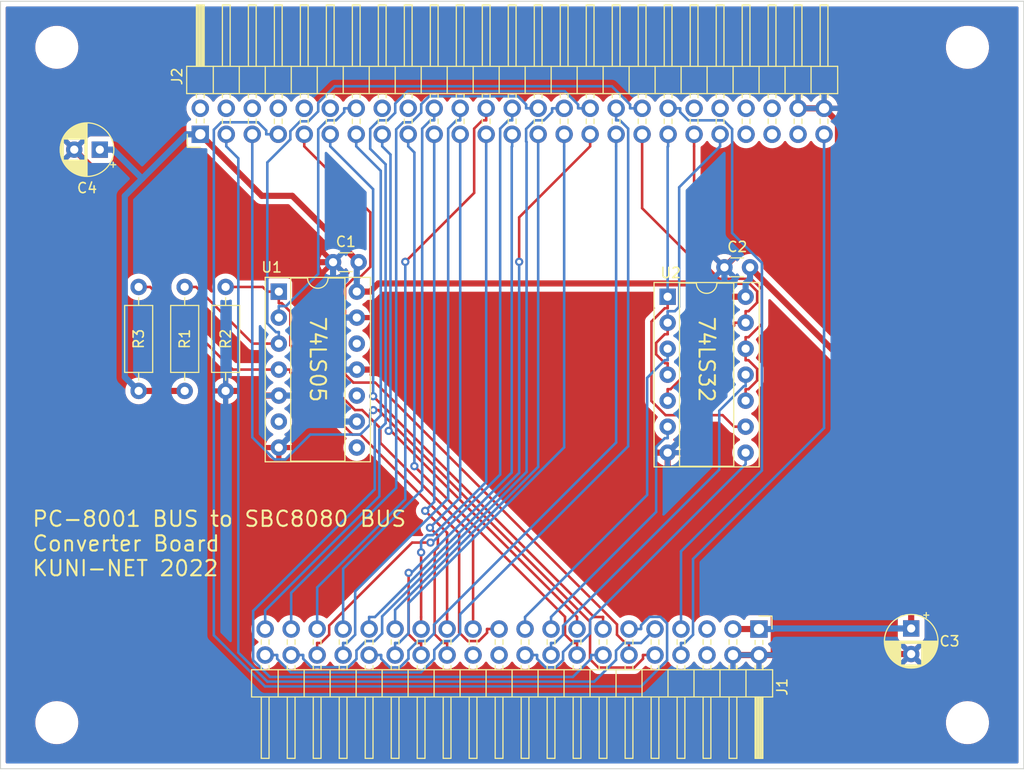
<source format=kicad_pcb>
(kicad_pcb (version 20211014) (generator pcbnew)
  (layers (0 "F.Cu" signal) (31 "B.Cu" signal) (34 "B.Paste" user) (35 "F.Paste" user) (36 "B.SilkS" user "B.Silkscreen") (37 "F.SilkS" user "F.Silkscreen") (38 "B.Mask" user) (39 "F.Mask" user) (44 "Edge.Cuts" user))
  (net 0 "")
  (net 1 "VCC")
  (net 2 "GND")
  (net 4 "/~{RESIN}")
  (net 5 "/RDYIN")
  (net 6 "/CLK")
  (net 7 "/D0")
  (net 8 "/D1")
  (net 9 "/D2")
  (net 10 "/D3")
  (net 11 "/D4")
  (net 12 "/D5")
  (net 13 "/D6")
  (net 14 "/D7")
  (net 15 "/~{IOR}")
  (net 16 "/~{MEMR}")
  (net 17 "/~{IOW}")
  (net 18 "/~{MEMW}")
  (net 19 "/RES")
  (net 20 "/HLDA")
  (net 21 "/INT")
  (net 22 "/HOLD")
  (net 23 "/A0")
  (net 24 "/A1")
  (net 25 "/A2")
  (net 26 "/A3")
  (net 27 "/A4")
  (net 28 "/A5")
  (net 29 "/A6")
  (net 30 "/A7")
  (net 31 "/A8")
  (net 32 "/A9")
  (net 33 "/A10")
  (net 34 "/A11")
  (net 35 "/A12")
  (net 36 "/A13")
  (net 37 "/A14")
  (net 38 "/A15")
  (net 39 "/+12V")
  (net 40 "/-12V")
  (net 41 "/~{ROMDS0}")
  (net 42 "/~{ROMDS1}")
  (net 43 "/~{ROMDS2}")
  (net 44 "/~{ROMDS3}")
  (net 45 "/~{INT}")
  (net 46 "/~{NMI}")
  (net 47 "/~{EXTON}")
  (net 48 "/~{RD}")
  (net 49 "/~{RESET}")
  (net 50 "/~{WR}")
  (net 51 "/~{MREQ}")
  (net 52 "/~{WE}")
  (net 53 "/~{IORQ}")
  (net 54 "/~{MUX}")
  (net 55 "/~{RFSH}")
  (net 56 "/~{RAS0}")
  (net 57 "/~{M1}")
  (net 58 "/~{RAS1}")
  (net 59 "/SCLK")
  (footprint "MountingHole:MountingHole_3.2mm_M3" (layer "F.Cu") (at 55.5 110.5)
    (fp_text reference "H1" hide)
    (fp_text value "MountingHole")
  )
  (footprint "Package_DIP:DIP-14_W7.62mm_Socket" (layer "F.Cu") (at 115.2 68.875)
    (fp_text reference "U2")
    (fp_text value "74LS32")
  )
  (footprint "MountingHole:MountingHole_3.2mm_M3" (layer "F.Cu") (at 55.5 44.5)
    (fp_text reference "H3" hide)
    (fp_text value "MountingHole")
  )
  (footprint "Capacitor_THT:CP_Radial_D5.0mm_P2.50mm" (layer "F.Cu") (at 59.7051 54.5 180)
    (fp_text reference "C4")
    (fp_text value "10u")
  )
  (footprint "Package_DIP:DIP-14_W7.62mm_Socket" (layer "F.Cu") (at 77.2 68.375)
    (fp_text reference "U1")
    (fp_text value "74LS05")
  )
  (footprint "MountingHole:MountingHole_3.2mm_M3" (layer "F.Cu") (at 144.5 110.5)
    (fp_text reference "H4" hide)
    (fp_text value "MountingHole")
  )
  (footprint "Capacitor_THT:CP_Radial_D5.0mm_P2.50mm" (layer "F.Cu") (at 139 101.2949 -90)
    (fp_text reference "C3")
    (fp_text value "10u")
  )
  (footprint "Resistor_THT:R_Axial_DIN0207_L6.3mm_D2.5mm_P10.16mm_Horizontal" (layer "F.Cu") (at 63.5 78.08 90)
    (fp_text reference "R3")
    (fp_text value "10k")
  )
  (footprint "Capacitor_THT:C_Disc_D3.0mm_W1.6mm_P2.50mm" (layer "F.Cu") (at 123.25 66 180)
    (fp_text reference "C2")
    (fp_text value "0.1u")
  )
  (footprint "Resistor_THT:R_Axial_DIN0207_L6.3mm_D2.5mm_P10.16mm_Horizontal" (layer "F.Cu") (at 72 67.92 -90)
    (fp_text reference "R2")
    (fp_text value "10k")
  )
  (footprint "Capacitor_THT:C_Disc_D3.0mm_W1.6mm_P2.50mm" (layer "F.Cu") (at 85 65.5 180)
    (fp_text reference "C1")
    (fp_text value "0.1u")
  )
  (footprint "Resistor_THT:R_Axial_DIN0207_L6.3mm_D2.5mm_P10.16mm_Horizontal" (layer "F.Cu") (at 68 78.08 90)
    (fp_text reference "R1")
    (fp_text value "10k")
  )
  (footprint "Connector_PinHeader_2.54mm:PinHeader_2x25_P2.54mm_Horizontal" (layer "F.Cu") (at 69.525 53 90)
    (fp_text reference "J2")
    (fp_text value "PC-8001_BUS")
  )
  (footprint "MountingHole:MountingHole_3.2mm_M3" (layer "F.Cu") (at 144.5 44.5)
    (fp_text reference "H2" hide)
    (fp_text value "MountingHole")
  )
  (footprint "Connector_PinHeader_2.54mm:PinHeader_2x20_P2.54mm_Horizontal" (layer "F.Cu") (at 124.125 101.35 -90)
    (fp_text reference "J1")
    (fp_text value "SBC8080_BUS")
  )
  (gr_line (start 50 40) (end 50 41) (layer "Edge.Cuts") (width 0.1))
  (gr_line (start 150 115) (end 50 115) (layer "Edge.Cuts") (width 0.1))
  (gr_line (start 50 40) (end 150 40) (layer "Edge.Cuts") (width 0.1))
  (gr_line (start 150 40) (end 150 115) (layer "Edge.Cuts") (width 0.1))
  (gr_line (start 50 115) (end 50 41) (layer "Edge.Cuts") (width 0.1))
  (gr_text "74LS05" (at 81 75 270) (layer "F.SilkS") (effects (font (size 1.5 1.5) (thickness 0.2))))
  (gr_text "PC-8001 BUS to SBC8080 BUS\nConverter Board\nKUNI-NET 2022" (at 53 93) (layer "F.SilkS") (effects (font (size 1.5 1.5) (thickness 0.2)) (justify left)))
  (gr_text "74LS32" (at 119 75 270) (layer "F.SilkS") (effects (font (size 1.5 1.5) (thickness 0.2))))
  (segment (start 121.585 101.35) (end 124.125 101.35) (width 0.6) (layer "F.Cu") (net 1))
  (segment (start 69.525 53) (end 75.5399 59.0149) (width 0.6) (layer "F.Cu") (net 1))
  (segment (start 118.6479 68.875) (end 122.82 68.875) (width 0.6) (layer "F.Cu") (net 1))
  (segment (start 75.5399 59.0149) (end 78.5149 59.0149) (width 0.6) (layer "F.Cu") (net 1))
  (segment (start 139 81.75) (end 139 101.2949) (width 0.6) (layer "F.Cu") (net 1))
  (segment (start 78.5149 59.0149) (end 85 65.5) (width 0.6) (layer "F.Cu") (net 1))
  (segment (start 86.9207 67.5746) (end 117.3475 67.5746) (width 0.6) (layer "F.Cu") (net 1))
  (segment (start 123.25 66) (end 139 81.75) (width 0.6) (layer "F.Cu") (net 1))
  (segment (start 117.3475 67.5746) (end 118.6479 68.875) (width 0.6) (layer "F.Cu") (net 1))
  (segment (start 84.82 68.375) (end 86.1203 68.375) (width 0.6) (layer "F.Cu") (net 1))
  (segment (start 68 78.08) (end 63.5 78.08) (width 0.6) (layer "F.Cu") (net 1))
  (segment (start 86.1203 68.375) (end 86.9207 67.5746) (width 0.6) (layer "F.Cu") (net 1))
  (segment (start 62.1492 76.7292) (end 62.1492 59.0255) (width 0.6) (layer "B.Cu") (net 1))
  (segment (start 69.525 53) (end 68.1747 53) (width 0.6) (layer "B.Cu") (net 1))
  (segment (start 61.0054 54.5) (end 63.8401 57.3346) (width 0.6) (layer "B.Cu") (net 1))
  (segment (start 62.1492 59.0255) (end 63.8401 57.3346) (width 0.6) (layer "B.Cu") (net 1))
  (segment (start 124.125 101.35) (end 125.4753 101.35) (width 0.6) (layer "B.Cu") (net 1))
  (segment (start 63.8401 57.3346) (end 68.1747 53) (width 0.6) (layer "B.Cu") (net 1))
  (segment (start 84.82 68.375) (end 84.82 67.0747) (width 0.6) (layer "B.Cu") (net 1))
  (segment (start 122.82 68.875) (end 122.82 67.5747) (width 0.6) (layer "B.Cu") (net 1))
  (segment (start 84.82 65.68) (end 84.82 67.0747) (width 0.6) (layer "B.Cu") (net 1))
  (segment (start 59.7051 54.5) (end 61.0054 54.5) (width 0.6) (layer "B.Cu") (net 1))
  (segment (start 123.25 67.1447) (end 123.25 66) (width 0.6) (layer "B.Cu") (net 1))
  (segment (start 85 65.5) (end 84.82 65.68) (width 0.6) (layer "B.Cu") (net 1))
  (segment (start 139 101.2949) (end 125.5304 101.2949) (width 0.6) (layer "B.Cu") (net 1))
  (segment (start 125.5304 101.2949) (end 125.4753 101.35) (width 0.6) (layer "B.Cu") (net 1))
  (segment (start 63.5 78.08) (end 62.1492 76.7292) (width 0.6) (layer "B.Cu") (net 1))
  (segment (start 122.82 67.5747) (end 123.25 67.1447) (width 0.6) (layer "B.Cu") (net 1))
  (segment (start 68.2051 65.5) (end 57.2051 54.5) (width 0.6) (layer "F.Cu") (net 2))
  (segment (start 124.125 103.89) (end 125.4753 103.89) (width 0.6) (layer "F.Cu") (net 2))
  (segment (start 115.2 85.4153) (end 125.5704 95.7857) (width 0.6) (layer "F.Cu") (net 2))
  (segment (start 125.5704 95.7857) (end 125.5704 103.7949) (width 0.6) (layer "F.Cu") (net 2))
  (segment (start 125.5704 103.7949) (end 139 103.7949) (width 0.6) (layer "F.Cu") (net 2))
  (segment (start 125.4753 103.89) (end 125.5704 103.7949) (width 0.6) (layer "F.Cu") (net 2))
  (segment (start 115.2 84.115) (end 115.2 85.4153) (width 0.6) (layer "F.Cu") (net 2))
  (segment (start 82.5 65.5) (end 68.2051 65.5) (width 0.6) (layer "F.Cu") (net 2))
  (segment (start 105.7797 75.995) (end 113.8997 84.115) (width 0.6) (layer "F.Cu") (net 2))
  (segment (start 84.82 75.995) (end 105.7797 75.995) (width 0.6) (layer "F.Cu") (net 2))
  (segment (start 130.485 50.46) (end 131.8444 51.8194) (width 0.6) (layer "F.Cu") (net 2))
  (segment (start 131.8444 51.8194) (end 131.8444 54.9056) (width 0.6) (layer "F.Cu") (net 2))
  (segment (start 127.945 50.46) (end 130.485 50.46) (width 0.6) (layer "F.Cu") (net 2))
  (segment (start 73.7553 78.535) (end 73.3003 78.08) (width 0.6) (layer "F.Cu") (net 2))
  (segment (start 131.8444 54.9056) (end 120.75 66) (width 0.6) (layer "F.Cu") (net 2))
  (segment (start 115.2 84.115) (end 113.8997 84.115) (width 0.6) (layer "F.Cu") (net 2))
  (segment (start 77.2 78.535) (end 73.7553 78.535) (width 0.6) (layer "F.Cu") (net 2))
  (segment (start 121.585 103.89) (end 124.125 103.89) (width 0.6) (layer "F.Cu") (net 2))
  (segment (start 72 78.08) (end 73.3003 78.08) (width 0.6) (layer "F.Cu") (net 2))
  (segment (start 77.2 78.535) (end 78.5003 78.535) (width 0.6) (layer "B.Cu") (net 2))
  (segment (start 82.5 65.5) (end 82.5 69.8953) (width 0.6) (layer "B.Cu") (net 2))
  (segment (start 83.5197 70.915) (end 83.5197 75.995) (width 0.6) (layer "B.Cu") (net 2))
  (segment (start 82.1247 77.39) (end 82.1247 78.8537) (width 0.6) (layer "B.Cu") (net 2))
  (segment (start 82.1247 78.8537) (end 82.1247 79.68) (width 0.6) (layer "B.Cu") (net 2))
  (segment (start 78.819 78.8537) (end 78.819 81.996) (width 0.6) (layer "B.Cu") (net 2))
  (segment (start 84.82 70.915) (end 83.5197 70.915) (width 0.6) (layer "B.Cu") (net 2))
  (segment (start 120.75 78.565) (end 120.75 66) (width 0.6) (layer "B.Cu") (net 2))
  (segment (start 115.2 84.115) (end 120.75 78.565) (width 0.6) (layer "B.Cu") (net 2))
  (segment (start 83.5197 75.995) (end 82.1247 77.39) (width 0.6) (layer "B.Cu") (net 2))
  (segment (start 84.82 81.075) (end 83.5197 81.075) (width 0.6) (layer "B.Cu") (net 2))
  (segment (start 82.5 69.8953) (end 83.5197 70.915) (width 0.6) (layer "B.Cu") (net 2))
  (segment (start 78.819 81.996) (end 77.2 83.615) (width 0.6) (layer "B.Cu") (net 2))
  (segment (start 82.1247 78.8537) (end 78.819 78.8537) (width 0.6) (layer "B.Cu") (net 2))
  (segment (start 82.1247 79.68) (end 83.5197 81.075) (width 0.6) (layer "B.Cu") (net 2))
  (segment (start 84.82 75.995) (end 83.5197 75.995) (width 0.6) (layer "B.Cu") (net 2))
  (segment (start 78.819 78.8537) (end 78.5003 78.535) (width 0.6) (layer "B.Cu") (net 2))
  (segment (start 124.4116 85.8532) (end 124.4116 65.5586) (width 0.25) (layer "B.Cu") (net 5))
  (segment (start 116.505 101.35) (end 116.505 93.7598) (width 0.25) (layer "B.Cu") (net 5))
  (segment (start 121.5004 62.6474) (end 121.5004 52.4854) (width 0.25) (layer "B.Cu") (net 5))
  (segment (start 117.2282 51.6353) (end 116.4203 50.8274) (width 0.25) (layer "B.Cu") (net 5))
  (segment (start 120.6503 51.6353) (end 117.2282 51.6353) (width 0.25) (layer "B.Cu") (net 5))
  (segment (start 116.505 93.7598) (end 124.4116 85.8532) (width 0.25) (layer "B.Cu") (net 5))
  (segment (start 115.245 50.46) (end 116.4203 50.46) (width 0.25) (layer "B.Cu") (net 5))
  (segment (start 116.4203 50.8274) (end 116.4203 50.46) (width 0.25) (layer "B.Cu") (net 5))
  (segment (start 124.4116 65.5586) (end 121.5004 62.6474) (width 0.25) (layer "B.Cu") (net 5))
  (segment (start 121.5004 52.4854) (end 120.6503 51.6353) (width 0.25) (layer "B.Cu") (net 5))
  (segment (start 117.6803 101.9068) (end 117.6803 94.509) (width 0.25) (layer "B.Cu") (net 6))
  (segment (start 130.485 81.7043) (end 130.485 53) (width 0.25) (layer "B.Cu") (net 6))
  (segment (start 116.505 102.7147) (end 116.8724 102.7147) (width 0.25) (layer "B.Cu") (net 6))
  (segment (start 116.505 103.89) (end 116.505 102.7147) (width 0.25) (layer "B.Cu") (net 6))
  (segment (start 116.8724 102.7147) (end 117.6803 101.9068) (width 0.25) (layer "B.Cu") (net 6))
  (segment (start 117.6803 94.509) (end 130.485 81.7043) (width 0.25) (layer "B.Cu") (net 6))
  (segment (start 113.965 101.35) (end 112.6004 102.7146) (width 0.25) (layer "B.Cu") (net 7))
  (segment (start 110.155 103.459) (end 110.155 104.3626) (width 0.25) (layer "B.Cu") (net 7))
  (segment (start 76.0834 106.4908) (end 73.2403 103.6477) (width 0.25) (layer "B.Cu") (net 7))
  (segment (start 72.065 53) (end 72.065 54.1753) (width 0.25) (layer "B.Cu") (net 7))
  (segment (start 110.155 104.3626) (end 108.0268 106.4908) (width 0.25) (layer "B.Cu") (net 7))
  (segment (start 108.0268 106.4908) (end 76.0834 106.4908) (width 0.25) (layer "B.Cu") (net 7))
  (segment (start 110.8994 102.7146) (end 110.155 103.459) (width 0.25) (layer "B.Cu") (net 7))
  (segment (start 112.6004 102.7146) (end 110.8994 102.7146) (width 0.25) (layer "B.Cu") (net 7))
  (segment (start 73.2403 103.6477) (end 73.2403 55.3506) (width 0.25) (layer "B.Cu") (net 7))
  (segment (start 73.2403 55.3506) (end 72.065 54.1753) (width 0.25) (layer "B.Cu") (net 7))
  (segment (start 112.7897 103.89) (end 112.7897 104.2573) (width 0.25) (layer "F.Cu") (net 8))
  (segment (start 107.615 104.311) (end 107.615 100.6406) (width 0.25) (layer "F.Cu") (net 8))
  (segment (start 108.4154 105.1114) (end 107.615 104.311) (width 0.25) (layer "F.Cu") (net 8))
  (segment (start 113.965 103.89) (end 112.7897 103.89) (width 0.25) (layer "F.Cu") (net 8))
  (segment (start 107.615 100.6406) (end 86.9292 79.9548) (width 0.25) (layer "F.Cu") (net 8))
  (segment (start 86.9292 79.9548) (end 86.4364 79.9548) (width 0.25) (layer "F.Cu") (net 8))
  (segment (start 112.7897 104.2573) (end 111.9356 105.1114) (width 0.25) (layer "F.Cu") (net 8))
  (segment (start 111.9356 105.1114) (end 108.4154 105.1114) (width 0.25) (layer "F.Cu") (net 8))
  (via (at 86.4364 79.9548) (size 0.8) (drill 0.4) (layers "F.Cu" "B.Cu") (net 8))
  (segment (start 74.605 82.6159) (end 76.7623 84.7732) (width 0.25) (layer "B.Cu") (net 8))
  (segment (start 76.7623 84.7732) (end 77.842 84.7732) (width 0.25) (layer "B.Cu") (net 8))
  (segment (start 80.2702 82.345) (end 85.1475 82.345) (width 0.25) (layer "B.Cu") (net 8))
  (segment (start 86.1229 81.3696) (end 86.1229 80.2683) (width 0.25) (layer "B.Cu") (net 8))
  (segment (start 74.605 53) (end 74.605 82.6159) (width 0.25) (layer "B.Cu") (net 8))
  (segment (start 85.1475 82.345) (end 86.1229 81.3696) (width 0.25) (layer "B.Cu") (net 8))
  (segment (start 77.842 84.7732) (end 80.2702 82.345) (width 0.25) (layer "B.Cu") (net 8))
  (segment (start 86.1229 80.2683) (end 86.4364 79.9548) (width 0.25) (layer "B.Cu") (net 8))
  (segment (start 70.8499 101.9562) (end 75.8542 106.9605) (width 0.25) (layer "B.Cu") (net 9))
  (segment (start 75.1618 51.8247) (end 71.5781 51.8247) (width 0.25) (layer "B.Cu") (net 9))
  (segment (start 70.8499 52.5529) (end 70.8499 101.9562) (width 0.25) (layer "B.Cu") (net 9))
  (segment (start 115.1451 104.4088) (end 115.1451 100.8076) (width 0.25) (layer "B.Cu") (net 9))
  (segment (start 75.8542 106.9605) (end 112.5934 106.9605) (width 0.25) (layer "B.Cu") (net 9))
  (segment (start 71.5781 51.8247) (end 70.8499 52.5529) (width 0.25) (layer "B.Cu") (net 9))
  (segment (start 112.5934 106.9605) (end 115.1451 104.4088) (width 0.25) (layer "B.Cu") (net 9))
  (segment (start 75.9697 52.6326) (end 75.1618 51.8247) (width 0.25) (layer "B.Cu") (net 9))
  (segment (start 111.425 101.35) (end 112.6003 101.35) (width 0.25) (layer "B.Cu") (net 9))
  (segment (start 75.9697 53) (end 75.9697 52.6326) (width 0.25) (layer "B.Cu") (net 9))
  (segment (start 77.145 53) (end 75.9697 53) (width 0.25) (layer "B.Cu") (net 9))
  (segment (start 114.5006 100.1631) (end 113.4199 100.1631) (width 0.25) (layer "B.Cu") (net 9))
  (segment (start 112.6003 100.9827) (end 112.6003 101.35) (width 0.25) (layer "B.Cu") (net 9))
  (segment (start 115.1451 100.8076) (end 114.5006 100.1631) (width 0.25) (layer "B.Cu") (net 9))
  (segment (start 113.4199 100.1631) (end 112.6003 100.9827) (width 0.25) (layer "B.Cu") (net 9))
  (segment (start 85.1515 66.9492) (end 86.1397 65.961) (width 0.25) (layer "F.Cu") (net 10))
  (segment (start 86.1397 60.63) (end 79.685 54.1753) (width 0.25) (layer "F.Cu") (net 10))
  (segment (start 86.619 77.2652) (end 84.4826 77.2652) (width 0.25) (layer "F.Cu") (net 10))
  (segment (start 79.685 53) (end 79.685 54.1753) (width 0.25) (layer "F.Cu") (net 10))
  (segment (start 86.1397 65.961) (end 86.1397 60.63) (width 0.25) (layer "F.Cu") (net 10))
  (segment (start 84.6474 66.9492) (end 85.1515 66.9492) (width 0.25) (layer "F.Cu") (net 10))
  (segment (start 83.6684 67.9282) (end 84.6474 66.9492) (width 0.25) (layer "F.Cu") (net 10))
  (segment (start 84.4826 77.2652) (end 83.6684 76.451) (width 0.25) (layer "F.Cu") (net 10))
  (segment (start 110.2497 100.8959) (end 86.619 77.2652) (width 0.25) (layer "F.Cu") (net 10))
  (segment (start 111.0576 102.7147) (end 110.2497 101.9068) (width 0.25) (layer "F.Cu") (net 10))
  (segment (start 110.2497 101.9068) (end 110.2497 100.8959) (width 0.25) (layer "F.Cu") (net 10))
  (segment (start 111.425 102.7147) (end 111.0576 102.7147) (width 0.25) (layer "F.Cu") (net 10))
  (segment (start 83.6684 76.451) (end 83.6684 67.9282) (width 0.25) (layer "F.Cu") (net 10))
  (segment (start 111.425 103.89) (end 111.425 102.7147) (width 0.25) (layer "F.Cu") (net 10))
  (segment (start 107.9935 100.1747) (end 86.415 78.5962) (width 0.25) (layer "F.Cu") (net 11))
  (segment (start 108.885 100.1747) (end 107.9935 100.1747) (width 0.25) (layer "F.Cu") (net 11))
  (segment (start 108.885 101.35) (end 108.885 100.1747) (width 0.25) (layer "F.Cu") (net 11))
  (via (at 86.415 78.5962) (size 0.8) (drill 0.4) (layers "F.Cu" "B.Cu") (net 11))
  (segment (start 82.225 53) (end 82.225 54.1753) (width 0.25) (layer "B.Cu") (net 11))
  (segment (start 86.415 58.3653) (end 86.415 78.5962) (width 0.25) (layer "B.Cu") (net 11))
  (segment (start 82.225 54.1753) (end 86.415 58.3653) (width 0.25) (layer "B.Cu") (net 11))
  (segment (start 107.7097 104.2573) (end 105.936 106.031) (width 0.25) (layer "B.Cu") (net 12))
  (segment (start 105.936 106.031) (end 76.3283 106.031) (width 0.25) (layer "B.Cu") (net 12))
  (segment (start 86.5733 87.694) (end 86.5733 81.069) (width 0.25) (layer "B.Cu") (net 12))
  (segment (start 74.6894 104.3921) (end 74.6894 99.5779) (width 0.25) (layer "B.Cu") (net 12))
  (segment (start 107.7097 103.89) (end 107.7097 104.2573) (width 0.25) (layer "B.Cu") (net 12))
  (segment (start 87.1618 56.5721) (end 84.765 54.1753) (width 0.25) (layer "B.Cu") (net 12))
  (segment (start 84.765 53) (end 84.765 54.1753) (width 0.25) (layer "B.Cu") (net 12))
  (segment (start 108.885 103.89) (end 107.7097 103.89) (width 0.25) (layer "B.Cu") (net 12))
  (segment (start 86.5733 81.069) (end 87.1618 80.4805) (width 0.25) (layer "B.Cu") (net 12))
  (segment (start 76.3283 106.031) (end 74.6894 104.3921) (width 0.25) (layer "B.Cu") (net 12))
  (segment (start 74.6894 99.5779) (end 86.5733 87.694) (width 0.25) (layer "B.Cu") (net 12))
  (segment (start 87.1618 80.4805) (end 87.1618 56.5721) (width 0.25) (layer "B.Cu") (net 12))
  (segment (start 106.345 100.1747) (end 88.1583 81.988) (width 0.25) (layer "F.Cu") (net 13))
  (segment (start 106.345 101.35) (end 106.345 100.1747) (width 0.25) (layer "F.Cu") (net 13))
  (segment (start 88.1583 81.988) (end 87.9364 81.988) (width 0.25) (layer "F.Cu") (net 13))
  (via (at 87.9364 81.988) (size 0.8) (drill 0.4) (layers "F.Cu" "B.Cu") (net 13))
  (segment (start 87.305 53) (end 87.305 54.1753) (width 0.25) (layer "B.Cu") (net 13))
  (segment (start 87.9364 81.988) (end 88.112 81.8124) (width 0.25) (layer "B.Cu") (net 13))
  (segment (start 88.112 54.9823) (end 87.305 54.1753) (width 0.25) (layer "B.Cu") (net 13))
  (segment (start 88.112 81.8124) (end 88.112 54.9823) (width 0.25) (layer "B.Cu") (net 13))
  (segment (start 105.9776 102.7147) (end 105.1697 101.9068) (width 0.25) (layer "F.Cu") (net 14))
  (segment (start 106.345 102.7147) (end 105.9776 102.7147) (width 0.25) (layer "F.Cu") (net 14))
  (segment (start 105.1697 100.1541) (end 90.4483 85.4327) (width 0.25) (layer "F.Cu") (net 14))
  (segment (start 106.345 103.89) (end 106.345 102.7147) (width 0.25) (layer "F.Cu") (net 14))
  (segment (start 105.1697 101.9068) (end 105.1697 100.1541) (width 0.25) (layer "F.Cu") (net 14))
  (via (at 90.4483 85.4327) (size 0.8) (drill 0.4) (layers "F.Cu" "B.Cu") (net 14))
  (segment (start 89.845 54.1753) (end 90.4483 54.7786) (width 0.25) (layer "B.Cu") (net 14))
  (segment (start 90.4483 54.7786) (end 90.4483 85.4327) (width 0.25) (layer "B.Cu") (net 14))
  (segment (start 89.845 53) (end 89.845 54.1753) (width 0.25) (layer "B.Cu") (net 14))
  (segment (start 114.0747 89.905) (end 114.0747 83.5442) (width 0.25) (layer "B.Cu") (net 15))
  (segment (start 115.2 81.575) (end 115.2 82.7003) (width 0.25) (layer "B.Cu") (net 15))
  (segment (start 114.9186 82.7003) (end 115.2 82.7003) (width 0.25) (layer "B.Cu") (net 15))
  (segment (start 103.805 100.1747) (end 114.0747 89.905) (width 0.25) (layer "B.Cu") (net 15))
  (segment (start 114.0747 83.5442) (end 114.9186 82.7003) (width 0.25) (layer "B.Cu") (net 15))
  (segment (start 103.805 101.35) (end 103.805 100.1747) (width 0.25) (layer "B.Cu") (net 15))
  (segment (start 120.2413 80.0222) (end 122.6432 77.6203) (width 0.25) (layer "B.Cu") (net 16))
  (segment (start 104.9803 101.0398) (end 120.2413 85.7788) (width 0.25) (layer "B.Cu") (net 16))
  (segment (start 120.2413 85.7788) (end 120.2413 80.0222) (width 0.25) (layer "B.Cu") (net 16))
  (segment (start 122.82 76.495) (end 122.82 77.6203) (width 0.25) (layer "B.Cu") (net 16))
  (segment (start 122.6432 77.6203) (end 122.82 77.6203) (width 0.25) (layer "B.Cu") (net 16))
  (segment (start 104.9803 101.9068) (end 104.9803 101.0398) (width 0.25) (layer "B.Cu") (net 16))
  (segment (start 104.1724 102.7147) (end 104.9803 101.9068) (width 0.25) (layer "B.Cu") (net 16))
  (segment (start 103.805 102.7147) (end 104.1724 102.7147) (width 0.25) (layer "B.Cu") (net 16))
  (segment (start 103.805 103.89) (end 103.805 102.7147) (width 0.25) (layer "B.Cu") (net 16))
  (segment (start 115.2 73.955) (end 115.2 75.0803) (width 0.25) (layer "B.Cu") (net 17))
  (segment (start 101.265 100.1747) (end 113.1963 88.2434) (width 0.25) (layer "B.Cu") (net 17))
  (segment (start 114.9187 75.0803) (end 115.2 75.0803) (width 0.25) (layer "B.Cu") (net 17))
  (segment (start 113.1963 88.2434) (end 113.1963 76.8027) (width 0.25) (layer "B.Cu") (net 17))
  (segment (start 101.265 101.35) (end 101.265 100.1747) (width 0.25) (layer "B.Cu") (net 17))
  (segment (start 113.1963 76.8027) (end 114.9187 75.0803) (width 0.25) (layer "B.Cu") (net 17))
  (segment (start 104.9803 103.5905) (end 106.0454 102.5254) (width 0.25) (layer "B.Cu") (net 18))
  (segment (start 106.8706 102.5254) (end 107.615 101.781) (width 0.25) (layer "B.Cu") (net 18))
  (segment (start 102.4403 104.2573) (end 103.2751 105.0921) (width 0.25) (layer "B.Cu") (net 18))
  (segment (start 104.2652 105.0921) (end 104.9803 104.377) (width 0.25) (layer "B.Cu") (net 18))
  (segment (start 122.82 84.115) (end 122.82 85.2403) (width 0.25) (layer "B.Cu") (net 18))
  (segment (start 101.265 103.89) (end 102.4403 103.89) (width 0.25) (layer "B.Cu") (net 18))
  (segment (start 107.615 100.4453) (end 122.82 85.2403) (width 0.25) (layer "B.Cu") (net 18))
  (segment (start 107.615 101.781) (end 107.615 100.4453) (width 0.25) (layer "B.Cu") (net 18))
  (segment (start 103.2751 105.0921) (end 104.2652 105.0921) (width 0.25) (layer "B.Cu") (net 18))
  (segment (start 104.9803 104.377) (end 104.9803 103.5905) (width 0.25) (layer "B.Cu") (net 18))
  (segment (start 106.0454 102.5254) (end 106.8706 102.5254) (width 0.25) (layer "B.Cu") (net 18))
  (segment (start 102.4403 103.89) (end 102.4403 104.2573) (width 0.25) (layer "B.Cu") (net 18))
  (segment (start 85.163 82.345) (end 94.823 92.005) (width 0.25) (layer "F.Cu") (net 19))
  (segment (start 97.5497 101.7173) (end 97.5497 101.35) (width 0.25) (layer "F.Cu") (net 19))
  (segment (start 64.6253 67.92) (end 72.7003 75.995) (width 0.25) (layer "F.Cu") (net 19))
  (segment (start 94.823 101.6853) (end 95.6631 102.5254) (width 0.25) (layer "F.Cu") (net 19))
  (segment (start 98.725 101.35) (end 97.5497 101.35) (width 0.25) (layer "F.Cu") (net 19))
  (segment (start 78.3253 76.2763) (end 84.394 82.345) (width 0.25) (layer "F.Cu") (net 19))
  (segment (start 84.394 82.345) (end 85.163 82.345) (width 0.25) (layer "F.Cu") (net 19))
  (segment (start 77.2 75.995) (end 78.3253 75.995) (width 0.25) (layer "F.Cu") (net 19))
  (segment (start 63.5 67.92) (end 64.6253 67.92) (width 0.25) (layer "F.Cu") (net 19))
  (segment (start 96.7416 102.5254) (end 97.5497 101.7173) (width 0.25) (layer "F.Cu") (net 19))
  (segment (start 94.823 92.005) (end 94.823 101.6853) (width 0.25) (layer "F.Cu") (net 19))
  (segment (start 95.6631 102.5254) (end 96.7416 102.5254) (width 0.25) (layer "F.Cu") (net 19))
  (segment (start 72.7003 75.995) (end 77.2 75.995) (width 0.25) (layer "F.Cu") (net 19))
  (segment (start 78.3253 75.995) (end 78.3253 76.2763) (width 0.25) (layer "F.Cu") (net 19))
  (segment (start 85.3458 79.9496) (end 84.643 79.9496) (width 0.25) (layer "F.Cu") (net 21))
  (segment (start 96.185 101.35) (end 96.185 92.2215) (width 0.25) (layer "F.Cu") (net 21))
  (segment (start 84.643 79.9496) (end 78.3253 73.6319) (width 0.25) (layer "F.Cu") (net 21))
  (segment (start 77.2 68.375) (end 77.2 69.5003) (width 0.25) (layer "F.Cu") (net 21))
  (segment (start 78.3253 70.3442) (end 77.4814 69.5003) (width 0.25) (layer "F.Cu") (net 21))
  (segment (start 78.3253 73.6319) (end 78.3253 70.3442) (width 0.25) (layer "F.Cu") (net 21))
  (segment (start 96.185 92.2215) (end 87.1176 83.1541) (width 0.25) (layer "F.Cu") (net 21))
  (segment (start 75.6197 67.92) (end 76.0747 68.375) (width 0.25) (layer "F.Cu") (net 21))
  (segment (start 77.2 68.375) (end 76.0747 68.375) (width 0.25) (layer "F.Cu") (net 21))
  (segment (start 72 67.92) (end 75.6197 67.92) (width 0.25) (layer "F.Cu") (net 21))
  (segment (start 77.4814 69.5003) (end 77.2 69.5003) (width 0.25) (layer "F.Cu") (net 21))
  (segment (start 87.1176 81.7214) (end 85.3458 79.9496) (width 0.25) (layer "F.Cu") (net 21))
  (segment (start 87.1176 83.1541) (end 87.1176 81.7214) (width 0.25) (layer "F.Cu") (net 21))
  (segment (start 93.645 91.9396) (end 91.505 89.7996) (width 0.25) (layer "F.Cu") (net 23))
  (segment (start 93.645 101.35) (end 93.645 100.1747) (width 0.25) (layer "F.Cu") (net 23))
  (segment (start 93.645 100.1747) (end 93.645 91.9396) (width 0.25) (layer "F.Cu") (net 23))
  (via (at 91.505 89.7996) (size 0.8) (drill 0.4) (layers "F.Cu" "B.Cu") (net 23))
  (segment (start 92.385 88.9196) (end 91.505 89.7996) (width 0.25) (layer "B.Cu") (net 23))
  (segment (start 92.385 53) (end 92.385 88.9196) (width 0.25) (layer "B.Cu") (net 23))
  (segment (start 92.7444 93.3819) (end 92.7444 92.2261) (width 0.25) (layer "F.Cu") (net 24))
  (segment (start 92.4309 101.8679) (end 92.4309 93.6954) (width 0.25) (layer "F.Cu") (net 24))
  (segment (start 92.4309 93.6954) (end 92.7444 93.3819) (width 0.25) (layer "F.Cu") (net 24))
  (segment (start 93.2777 102.7147) (end 92.4309 101.8679) (width 0.25) (layer "F.Cu") (net 24))
  (segment (start 93.645 103.89) (end 93.645 102.7147) (width 0.25) (layer "F.Cu") (net 24))
  (segment (start 93.645 102.7147) (end 93.2777 102.7147) (width 0.25) (layer "F.Cu") (net 24))
  (segment (start 92.7444 92.2261) (end 91.969 91.4507) (width 0.25) (layer "F.Cu") (net 24))
  (via (at 91.969 91.4507) (size 0.8) (drill 0.4) (layers "F.Cu" "B.Cu") (net 24))
  (segment (start 94.925 88.4947) (end 91.969 91.4507) (width 0.25) (layer "B.Cu") (net 24))
  (segment (start 94.925 53) (end 94.925 88.4947) (width 0.25) (layer "B.Cu") (net 24))
  (segment (start 91.105 101.35) (end 91.105 100.1747) (width 0.25) (layer "F.Cu") (net 25))
  (segment (start 91.105 100.1747) (end 91.105 93.8595) (width 0.25) (layer "F.Cu") (net 25))
  (via (at 91.105 93.8595) (size 0.8) (drill 0.4) (layers "F.Cu" "B.Cu") (net 25))
  (segment (start 97.465 54.1753) (end 97.465 86.9805) (width 0.25) (layer "B.Cu") (net 25))
  (segment (start 97.465 53) (end 97.465 54.1753) (width 0.25) (layer "B.Cu") (net 25))
  (segment (start 91.6956 92.176) (end 91.105 92.7666) (width 0.25) (layer "B.Cu") (net 25))
  (segment (start 92.2695 92.176) (end 91.6956 92.176) (width 0.25) (layer "B.Cu") (net 25))
  (segment (start 91.105 92.7666) (end 91.105 93.8595) (width 0.25) (layer "B.Cu") (net 25))
  (segment (start 97.465 86.9805) (end 92.2695 92.176) (width 0.25) (layer "B.Cu") (net 25))
  (segment (start 89.8856 101.8626) (end 89.8856 95.859) (width 0.25) (layer "F.Cu") (net 26))
  (segment (start 91.105 102.7147) (end 90.7377 102.7147) (width 0.25) (layer "F.Cu") (net 26))
  (segment (start 91.105 103.89) (end 91.105 102.7147) (width 0.25) (layer "F.Cu") (net 26))
  (segment (start 90.7377 102.7147) (end 89.8856 101.8626) (width 0.25) (layer "F.Cu") (net 26))
  (via (at 89.8856 95.859) (size 0.8) (drill 0.4) (layers "F.Cu" "B.Cu") (net 26))
  (segment (start 100.005 53) (end 100.005 54.1753) (width 0.25) (layer "B.Cu") (net 26))
  (segment (start 99.962 86.0574) (end 90.1604 95.859) (width 0.25) (layer "B.Cu") (net 26))
  (segment (start 99.962 54.2183) (end 99.962 86.0574) (width 0.25) (layer "B.Cu") (net 26))
  (segment (start 90.1604 95.859) (end 89.8856 95.859) (width 0.25) (layer "B.Cu") (net 26))
  (segment (start 100.005 54.1753) (end 99.962 54.2183) (width 0.25) (layer "B.Cu") (net 26))
  (segment (start 88.565 99.4793) (end 102.545 85.4993) (width 0.25) (layer "B.Cu") (net 27))
  (segment (start 102.545 85.4993) (end 102.545 53) (width 0.25) (layer "B.Cu") (net 27))
  (segment (start 88.565 101.35) (end 88.565 99.4793) (width 0.25) (layer "B.Cu") (net 27))
  (segment (start 88.9324 102.7147) (end 89.8747 101.7724) (width 0.25) (layer "B.Cu") (net 28))
  (segment (start 89.8747 101.7724) (end 89.8747 98.8065) (width 0.25) (layer "B.Cu") (net 28))
  (segment (start 89.8747 98.8065) (end 105.085 83.5962) (width 0.25) (layer "B.Cu") (net 28))
  (segment (start 88.565 102.7147) (end 88.9324 102.7147) (width 0.25) (layer "B.Cu") (net 28))
  (segment (start 88.565 103.89) (end 88.565 102.7147) (width 0.25) (layer "B.Cu") (net 28))
  (segment (start 105.085 83.5962) (end 105.085 54.1753) (width 0.25) (layer "B.Cu") (net 28))
  (segment (start 105.085 53) (end 105.085 54.1753) (width 0.25) (layer "B.Cu") (net 28))
  (segment (start 100.6873 65.4609) (end 100.6873 61.113) (width 0.25) (layer "F.Cu") (net 29))
  (segment (start 107.625 53) (end 107.625 54.1753) (width 0.25) (layer "F.Cu") (net 29))
  (segment (start 100.6873 61.113) (end 107.625 54.1753) (width 0.25) (layer "F.Cu") (net 29))
  (via (at 100.6873 65.4609) (size 0.8) (drill 0.4) (layers "F.Cu" "B.Cu") (net 29))
  (segment (start 86.5958 100.1747) (end 86.025 100.1747) (width 0.25) (layer "B.Cu") (net 29))
  (segment (start 86.025 101.35) (end 86.025 100.1747) (width 0.25) (layer "B.Cu") (net 29))
  (segment (start 100.6873 86.0832) (end 86.5958 100.1747) (width 0.25) (layer "B.Cu") (net 29))
  (segment (start 100.6873 65.4609) (end 100.6873 86.0832) (width 0.25) (layer "B.Cu") (net 29))
  (segment (start 110.165 83.1225) (end 110.165 54.1753) (width 0.25) (layer "B.Cu") (net 30))
  (segment (start 87.2003 103.89) (end 87.2003 104.2573) (width 0.25) (layer "B.Cu") (net 30))
  (segment (start 87.2003 104.2573) (end 88.0451 105.1021) (width 0.25) (layer "B.Cu") (net 30))
  (segment (start 89.8684 103.4424) (end 90.7854 102.5254) (width 0.25) (layer "B.Cu") (net 30))
  (segment (start 92.375 101.781) (end 92.375 100.9125) (width 0.25) (layer "B.Cu") (net 30))
  (segment (start 88.0451 105.1021) (end 89.0193 105.1021) (width 0.25) (layer "B.Cu") (net 30))
  (segment (start 90.7854 102.5254) (end 91.6306 102.5254) (width 0.25) (layer "B.Cu") (net 30))
  (segment (start 91.6306 102.5254) (end 92.375 101.781) (width 0.25) (layer "B.Cu") (net 30))
  (segment (start 86.025 103.89) (end 87.2003 103.89) (width 0.25) (layer "B.Cu") (net 30))
  (segment (start 89.8684 104.253) (end 89.8684 103.4424) (width 0.25) (layer "B.Cu") (net 30))
  (segment (start 110.165 53) (end 110.165 54.1753) (width 0.25) (layer "B.Cu") (net 30))
  (segment (start 89.0193 105.1021) (end 89.8684 104.253) (width 0.25) (layer "B.Cu") (net 30))
  (segment (start 92.375 100.9125) (end 110.165 83.1225) (width 0.25) (layer "B.Cu") (net 30))
  (segment (start 83.485 101.35) (end 83.485 95.4585) (width 0.25) (layer "B.Cu") (net 31))
  (segment (start 83.485 95.4585) (end 91.2097 87.7338) (width 0.25) (layer "B.Cu") (net 31))
  (segment (start 92.385 50.46) (end 92.385 51.6353) (width 0.25) (layer "B.Cu") (net 31))
  (segment (start 91.2097 87.7338) (end 91.2097 52.4432) (width 0.25) (layer "B.Cu") (net 31))
  (segment (start 92.0176 51.6353) (end 92.385 51.6353) (width 0.25) (layer "B.Cu") (net 31))
  (segment (start 91.2097 52.4432) (end 92.0176 51.6353) (width 0.25) (layer "B.Cu") (net 31))
  (segment (start 83.8524 102.7147) (end 84.6603 101.9068) (width 0.25) (layer "B.Cu") (net 32))
  (segment (start 94.5576 51.6353) (end 94.925 51.6353) (width 0.25) (layer "B.Cu") (net 32))
  (segment (start 84.6603 101.9068) (end 84.6603 97.6703) (width 0.25) (layer "B.Cu") (net 32))
  (segment (start 93.7497 52.4432) (end 94.5576 51.6353) (width 0.25) (layer "B.Cu") (net 32))
  (segment (start 83.485 102.7147) (end 83.8524 102.7147) (width 0.25) (layer "B.Cu") (net 32))
  (segment (start 83.485 103.89) (end 83.485 102.7147) (width 0.25) (layer "B.Cu") (net 32))
  (segment (start 93.7497 88.5809) (end 93.7497 52.4432) (width 0.25) (layer "B.Cu") (net 32))
  (segment (start 84.6603 97.6703) (end 93.7497 88.5809) (width 0.25) (layer "B.Cu") (net 32))
  (segment (start 94.925 50.46) (end 94.925 51.6353) (width 0.25) (layer "B.Cu") (net 32))
  (segment (start 97.0976 51.6353) (end 97.465 51.6353) (width 0.25) (layer "F.Cu") (net 33))
  (segment (start 96.2897 58.7302) (end 96.2897 52.4432) (width 0.25) (layer "F.Cu") (net 33))
  (segment (start 96.2897 52.4432) (end 97.0976 51.6353) (width 0.25) (layer "F.Cu") (net 33))
  (segment (start 97.465 50.46) (end 97.465 51.6353) (width 0.25) (layer "F.Cu") (net 33))
  (segment (start 89.559 65.4609) (end 96.2897 58.7302) (width 0.25) (layer "F.Cu") (net 33))
  (via (at 89.559 65.4609) (size 0.8) (drill 0.4) (layers "F.Cu" "B.Cu") (net 33))
  (segment (start 89.559 88.6708) (end 89.559 65.4609) (width 0.25) (layer "B.Cu") (net 33))
  (segment (start 80.945 97.2848) (end 89.559 88.6708) (width 0.25) (layer "B.Cu") (net 33))
  (segment (start 80.945 101.35) (end 80.945 97.2848) (width 0.25) (layer "B.Cu") (net 33))
  (segment (start 81.3124 102.7147) (end 82.1203 101.9068) (width 0.25) (layer "F.Cu") (net 34))
  (segment (start 90.2308 92.9014) (end 92.019 92.9014) (width 0.25) (layer "F.Cu") (net 34))
  (segment (start 80.945 102.7147) (end 81.3124 102.7147) (width 0.25) (layer "F.Cu") (net 34))
  (segment (start 82.1203 101.9068) (end 82.1203 101.0119) (width 0.25) (layer "F.Cu") (net 34))
  (segment (start 80.945 103.89) (end 80.945 102.7147) (width 0.25) (layer "F.Cu") (net 34))
  (segment (start 82.1203 101.0119) (end 90.2308 92.9014) (width 0.25) (layer "F.Cu") (net 34))
  (via (at 92.019 92.9014) (size 0.8) (drill 0.4) (layers "F.Cu" "B.Cu") (net 34))
  (segment (start 100.005 50.46) (end 100.005 51.6353) (width 0.25) (layer "B.Cu") (net 34))
  (segment (start 98.8297 52.4432) (end 98.8297 86.2527) (width 0.25) (layer "B.Cu") (net 34))
  (segment (start 100.005 51.6353) (end 99.6376 51.6353) (width 0.25) (layer "B.Cu") (net 34))
  (segment (start 92.181 92.9014) (end 92.019 92.9014) (width 0.25) (layer "B.Cu") (net 34))
  (segment (start 99.6376 51.6353) (end 98.8297 52.4432) (width 0.25) (layer "B.Cu") (net 34))
  (segment (start 98.8297 86.2527) (end 92.181 92.9014) (width 0.25) (layer "B.Cu") (net 34))
  (segment (start 88.6696 52.5115) (end 88.6696 87.5508) (width 0.25) (layer "B.Cu") (net 35))
  (segment (start 88.6696 87.5508) (end 78.405 97.8154) (width 0.25) (layer "B.Cu") (net 35))
  (segment (start 100.5618 49.2847) (end 91.8924 49.2847) (width 0.25) (layer "B.Cu") (net 35))
  (segment (start 91.115 50.0621) (end 91.115 50.8729) (width 0.25) (layer "B.Cu") (net 35))
  (segment (start 91.115 50.8729) (end 90.1633 51.8246) (width 0.25) (layer "B.Cu") (net 35))
  (segment (start 78.405 97.8154) (end 78.405 100.1747) (width 0.25) (layer "B.Cu") (net 35))
  (segment (start 101.3697 50.46) (end 101.3697 50.0926) (width 0.25) (layer "B.Cu") (net 35))
  (segment (start 101.3697 50.0926) (end 100.5618 49.2847) (width 0.25) (layer "B.Cu") (net 35))
  (segment (start 91.8924 49.2847) (end 91.115 50.0621) (width 0.25) (layer "B.Cu") (net 35))
  (segment (start 89.3565 51.8246) (end 88.6696 52.5115) (width 0.25) (layer "B.Cu") (net 35))
  (segment (start 90.1633 51.8246) (end 89.3565 51.8246) (width 0.25) (layer "B.Cu") (net 35))
  (segment (start 102.545 50.46) (end 101.3697 50.46) (width 0.25) (layer "B.Cu") (net 35))
  (segment (start 78.405 101.35) (end 78.405 100.1747) (width 0.25) (layer "B.Cu") (net 35))
  (segment (start 78.405 103.89) (end 79.5803 103.89) (width 0.25) (layer "B.Cu") (net 36))
  (segment (start 84.7884 103.4424) (end 85.7054 102.5254) (width 0.25) (layer "B.Cu") (net 36))
  (segment (start 101.4127 53.744) (end 101.3696 53.7009) (width 0.25) (layer "B.Cu") (net 36))
  (segment (start 105.085 50.46) (end 103.9097 50.46) (width 0.25) (layer "B.Cu") (net 36))
  (segment (start 101.3696 53.7009) (end 101.3696 52.4744) (width 0.25) (layer "B.Cu") (net 36))
  (segment (start 103.9097 50.8274) (end 103.9097 50.46) (width 0.25) (layer "B.Cu") (net 36))
  (segment (start 85.7054 102.5254) (end 86.5506 102.5254) (width 0.25) (layer "B.Cu") (net 36))
  (segment (start 83.9823 105.0787) (end 84.7884 104.2726) (width 0.25) (layer "B.Cu") (net 36))
  (segment (start 101.3696 52.4744) (end 102.2087 51.6353) (width 0.25) (layer "B.Cu") (net 36))
  (segment (start 101.4127 85.9947) (end 101.4127 53.744) (width 0.25) (layer "B.Cu") (net 36))
  (segment (start 87.295 101.781) (end 87.295 100.1124) (width 0.25) (layer "B.Cu") (net 36))
  (segment (start 79.5803 104.2573) (end 80.4017 105.0787) (width 0.25) (layer "B.Cu") (net 36))
  (segment (start 80.4017 105.0787) (end 83.9823 105.0787) (width 0.25) (layer "B.Cu") (net 36))
  (segment (start 79.5803 103.89) (end 79.5803 104.2573) (width 0.25) (layer "B.Cu") (net 36))
  (segment (start 84.7884 104.2726) (end 84.7884 103.4424) (width 0.25) (layer "B.Cu") (net 36))
  (segment (start 103.1018 51.6353) (end 103.9097 50.8274) (width 0.25) (layer "B.Cu") (net 36))
  (segment (start 86.5506 102.5254) (end 87.295 101.781) (width 0.25) (layer "B.Cu") (net 36))
  (segment (start 87.295 100.1124) (end 101.4127 85.9947) (width 0.25) (layer "B.Cu") (net 36))
  (segment (start 102.2087 51.6353) (end 103.1018 51.6353) (width 0.25) (layer "B.Cu") (net 36))
  (segment (start 88.575 50.891) (end 88.575 49.9911) (width 0.25) (layer "B.Cu") (net 37))
  (segment (start 106.4497 50.0927) (end 106.4497 50.46) (width 0.25) (layer "B.Cu") (net 37))
  (segment (start 86.1296 54.4202) (end 86.1296 52.4744) (width 0.25) (layer "B.Cu") (net 37))
  (segment (start 75.865 100.1747) (end 75.865 99.5378) (width 0.25) (layer "B.Cu") (net 37))
  (segment (start 87.8306 51.6354) (end 88.575 50.891) (width 0.25) (layer "B.Cu") (net 37))
  (segment (start 107.625 50.46) (end 106.4497 50.46) (width 0.25) (layer "B.Cu") (net 37))
  (segment (start 105.1443 48.7873) (end 106.4497 50.0927) (width 0.25) (layer "B.Cu") (net 37))
  (segment (start 87.0237 81.851) (end 87.6364 81.2383) (width 0.25) (layer "B.Cu") (net 37))
  (segment (start 75.865 99.5378) (end 87.0237 88.3791) (width 0.25) (layer "B.Cu") (net 37))
  (segment (start 89.7788 48.7873) (end 105.1443 48.7873) (width 0.25) (layer "B.Cu") (net 37))
  (segment (start 86.9686 51.6354) (end 87.8306 51.6354) (width 0.25) (layer "B.Cu") (net 37))
  (segment (start 86.1296 52.4744) (end 86.9686 51.6354) (width 0.25) (layer "B.Cu") (net 37))
  (segment (start 87.0237 88.3791) (end 87.0237 81.851) (width 0.25) (layer "B.Cu") (net 37))
  (segment (start 87.6364 55.927) (end 86.1296 54.4202) (width 0.25) (layer "B.Cu") (net 37))
  (segment (start 75.865 101.35) (end 75.865 100.1747) (width 0.25) (layer "B.Cu") (net 37))
  (segment (start 88.575 49.9911) (end 89.7788 48.7873) (width 0.25) (layer "B.Cu") (net 37))
  (segment (start 87.6364 81.2383) (end 87.6364 55.927) (width 0.25) (layer "B.Cu") (net 37))
  (segment (start 94.915 99.9111) (end 94.915 101.781) (width 0.25) (layer "B.Cu") (net 38))
  (segment (start 77.0403 104.2573) (end 77.0403 103.89) (width 0.25) (layer "B.Cu") (net 38))
  (segment (start 75.865 103.89) (end 77.0403 103.89) (width 0.25) (layer "B.Cu") (net 38))
  (segment (start 78.3636 105.5806) (end 77.0403 104.2573) (width 0.25) (layer "B.Cu") (net 38))
  (segment (start 92.3929 103.3919) (end 92.3929 104.2746) (width 0.25) (layer "B.Cu") (net 38))
  (segment (start 110.165 51.6353) (end 110.5324 51.6353) (width 0.25) (layer "B.Cu") (net 38))
  (segment (start 110.5324 51.6353) (end 111.3403 52.4432) (width 0.25) (layer "B.Cu") (net 38))
  (segment (start 91.0869 105.5806) (end 78.3636 105.5806) (width 0.25) (layer "B.Cu") (net 38))
  (segment (start 92.3929 104.2746) (end 91.0869 105.5806) (width 0.25) (layer "B.Cu") (net 38))
  (segment (start 110.165 50.46) (end 110.165 51.6353) (width 0.25) (layer "B.Cu") (net 38))
  (segment (start 94.1706 102.5254) (end 93.2594 102.5254) (width 0.25) (layer "B.Cu") (net 38))
  (segment (start 111.3403 52.4432) (end 111.3403 83.4858) (width 0.25) (layer "B.Cu") (net 38))
  (segment (start 111.3403 83.4858) (end 94.915 99.9111) (width 0.25) (layer "B.Cu") (net 38))
  (segment (start 94.915 101.781) (end 94.1706 102.5254) (width 0.25) (layer "B.Cu") (net 38))
  (segment (start 93.2594 102.5254) (end 92.3929 103.3919) (width 0.25) (layer "B.Cu") (net 38))
  (segment (start 83.5897 50.46) (end 83.5897 50.8274) (width 0.25) (layer "B.Cu") (net 45))
  (segment (start 83.5897 50.8274) (end 82.7818 51.6353) (width 0.25) (layer "B.Cu") (net 45))
  (segment (start 81.0497 66.6433) (end 77.9033 69.7897) (width 0.25) (layer "B.Cu") (net 45))
  (segment (start 82.7818 51.6353) (end 81.9249 51.6353) (width 0.25) (layer "B.Cu") (net 45))
  (segment (start 81.9249 51.6353) (end 81.0497 52.5105) (width 0.25) (layer "B.Cu") (net 45))
  (segment (start 81.0497 52.5105) (end 81.0497 66.6433) (width 0.25) (layer "B.Cu") (net 45))
  (segment (start 77.2 70.915) (end 77.2 69.7897) (width 0.25) (layer "B.Cu") (net 45))
  (segment (start 77.9033 69.7897) (end 77.2 69.7897) (width 0.25) (layer "B.Cu") (net 45))
  (segment (start 84.765 50.46) (end 83.5897 50.46) (width 0.25) (layer "B.Cu") (net 45))
  (segment (start 112.705 60.2205) (end 120.0866 67.6021) (width 0.25) (layer "F.Cu") (net 48))
  (segment (start 122.82 71.415) (end 121.6947 71.415) (width 0.25) (layer "F.Cu") (net 48))
  (segment (start 121.6947 71.415) (end 121.6947 71.6963) (width 0.25) (layer "F.Cu") (net 48))
  (segment (start 123.2026 67.6021) (end 123.9453 68.3448) (width 0.25) (layer "F.Cu") (net 48))
  (segment (start 123.1014 70.2897) (end 122.82 70.2897) (width 0.25) (layer "F.Cu") (net 48))
  (segment (start 123.9453 69.4458) (end 123.1014 70.2897) (width 0.25) (layer "F.Cu") (net 48))
  (segment (start 121.6947 71.6963) (end 115.4813 77.9097) (width 0.25) (layer "F.Cu") (net 48))
  (segment (start 123.9453 68.3448) (end 123.9453 69.4458) (width 0.25) (layer "F.Cu") (net 48))
  (segment (start 115.2 79.035) (end 115.2 77.9097) (width 0.25) (layer "F.Cu") (net 48))
  (segment (start 112.705 53) (end 112.705 60.2205) (width 0.25) (layer "F.Cu") (net 48))
  (segment (start 120.0866 67.6021) (end 123.2026 67.6021) (width 0.25) (layer "F.Cu") (net 48))
  (segment (start 122.82 71.415) (end 122.82 70.2897) (width 0.25) (layer "F.Cu") (net 48))
  (segment (start 115.4813 77.9097) (end 115.2 77.9097) (width 0.25) (layer "F.Cu") (net 48))
  (segment (start 68 67.92) (end 69.1253 67.92) (width 0.25) (layer "F.Cu") (net 49))
  (segment (start 69.1253 67.92) (end 74.6603 73.455) (width 0.25) (layer "F.Cu") (net 49))
  (segment (start 77.2 73.455) (end 76.0747 73.455) (width 0.25) (layer "F.Cu") (net 49))
  (segment (start 74.6603 73.455) (end 76.0747 73.455) (width 0.25) (layer "F.Cu") (net 49))
  (segment (start 76.0747 55.7489) (end 76.0747 71.4858) (width 0.25) (layer "B.Cu") (net 49))
  (segment (start 81.0496 49.9258) (end 81.0496 50.7596) (width 0.25) (layer "B.Cu") (net 49))
  (segment (start 111.5297 50.46) (end 111.5297 50.0927) (width 0.25) (layer "B.Cu") (net 49))
  (segment (start 78.3254 53.4982) (end 76.0747 55.7489) (width 0.25) (layer "B.Cu") (net 49))
  (segment (start 82.6684 48.307) (end 81.0496 49.9258) (width 0.25) (layer "B.Cu") (net 49))
  (segment (start 111.5297 50.0927) (end 109.744 48.307) (width 0.25) (layer "B.Cu") (net 49))
  (segment (start 112.705 50.46) (end 111.5297 50.46) (width 0.25) (layer "B.Cu") (net 49))
  (segment (start 76.0747 71.4858) (end 76.9186 72.3297) (width 0.25) (layer "B.Cu") (net 49))
  (segment (start 81.0496 50.7596) (end 80.0792 51.73) (width 0.25) (layer "B.Cu") (net 49))
  (segment (start 78.3254 52.6952) (end 78.3254 53.4982) (width 0.25) (layer "B.Cu") (net 49))
  (segment (start 77.2 73.455) (end 77.2 72.3297) (width 0.25) (layer "B.Cu") (net 49))
  (segment (start 109.744 48.307) (end 82.6684 48.307) (width 0.25) (layer "B.Cu") (net 49))
  (segment (start 79.2906 51.73) (end 78.3254 52.6952) (width 0.25) (layer "B.Cu") (net 49))
  (segment (start 76.9186 72.3297) (end 77.2 72.3297) (width 0.25) (layer "B.Cu") (net 49))
  (segment (start 80.0792 51.73) (end 79.2906 51.73) (width 0.25) (layer "B.Cu") (net 49))
  (segment (start 113.6181 79.0701) (end 114.9977 80.4497) (width 0.25) (layer "F.Cu") (net 50))
  (segment (start 114.9977 80.4497) (end 120.5694 80.4497) (width 0.25) (layer "F.Cu") (net 50))
  (segment (start 113.6181 71.3009) (end 113.6181 79.0701) (width 0.25) (layer "F.Cu") (net 50))
  (segment (start 115.2 70.0003) (end 114.9187 70.0003) (width 0.25) (layer "F.Cu") (net 50))
  (segment (start 114.9187 70.0003) (end 113.6181 71.3009) (width 0.25) (layer "F.Cu") (net 50))
  (segment (start 115.2 68.875) (end 115.2 70.0003) (width 0.25) (layer "F.Cu") (net 50))
  (segment (start 120.5694 80.4497) (end 121.6947 81.575) (width 0.25) (layer "F.Cu") (net 50))
  (segment (start 122.82 81.575) (end 121.6947 81.575) (width 0.25) (layer "F.Cu") (net 50))
  (segment (start 115.245 53) (end 115.245 54.1753) (width 0.25) (layer "B.Cu") (net 50))
  (segment (start 115.245 54.1753) (end 115.2 54.2203) (width 0.25) (layer "B.Cu") (net 50))
  (segment (start 115.2 54.2203) (end 115.2 68.875) (width 0.25) (layer "B.Cu") (net 50))
  (segment (start 122.82 73.955) (end 122.82 75.0803) (width 0.25) (layer "F.Cu") (net 51))
  (segment (start 124.4003 71.5307) (end 123.1013 72.8297) (width 0.25) (layer "F.Cu") (net 51))
  (segment (start 123.1014 77.9097) (end 122.82 77.9097) (width 0.25) (layer "F.Cu") (net 51))
  (segment (start 124.4003 68.1452) (end 124.4003 71.5307) (width 0.25) (layer "F.Cu") (net 51))
  (segment (start 117.785 64.6635) (end 120.2469 67.1254) (width 0.25) (layer "F.Cu") (net 51))
  (segment (start 123.3805 67.1254) (end 124.4003 68.1452) (width 0.25) (layer "F.Cu") (net 51))
  (segment (start 122.82 75.0803) (end 123.1013 75.0803) (width 0.25) (layer "F.Cu") (net 51))
  (segment (start 120.2469 67.1254) (end 123.3805 67.1254) (width 0.25) (layer "F.Cu") (net 51))
  (segment (start 123.9453 75.9243) (end 123.9453 77.0658) (width 0.25) (layer "F.Cu") (net 51))
  (segment (start 123.1013 75.0803) (end 123.9453 75.9243) (width 0.25) (layer "F.Cu") (net 51))
  (segment (start 123.9453 77.0658) (end 123.1014 77.9097) (width 0.25) (layer "F.Cu") (net 51))
  (segment (start 117.785 54.1753) (end 117.785 64.6635) (width 0.25) (layer "F.Cu") (net 51))
  (segment (start 122.82 73.955) (end 122.82 72.8297) (width 0.25) (layer "F.Cu") (net 51))
  (segment (start 122.82 79.035) (end 122.82 77.9097) (width 0.25) (layer "F.Cu") (net 51))
  (segment (start 117.785 53) (end 117.785 54.1753) (width 0.25) (layer "F.Cu") (net 51))
  (segment (start 123.1013 72.8297) (end 122.82 72.8297) (width 0.25) (layer "F.Cu") (net 51))
  (segment (start 114.0747 73.3842) (end 114.9186 72.5403) (width 0.25) (layer "F.Cu") (net 53))
  (segment (start 115.2 76.495) (end 115.2 75.3697) (width 0.25) (layer "F.Cu") (net 53))
  (segment (start 115.2 75.3697) (end 114.9363 75.3697) (width 0.25) (layer "F.Cu") (net 53))
  (segment (start 114.0747 74.5081) (end 114.0747 73.3842) (width 0.25) (layer "F.Cu") (net 53))
  (segment (start 114.9363 75.3697) (end 114.0747 74.5081) (width 0.25) (layer "F.Cu") (net 53))
  (segment (start 115.2 71.415) (end 115.2 72.5403) (width 0.25) (layer "F.Cu") (net 53))
  (segment (start 114.9186 72.5403) (end 115.2 72.5403) (width 0.25) (layer "F.Cu") (net 53))
  (segment (start 120.325 53) (end 120.325 54.1753) (width 0.25) (layer "B.Cu") (net 53))
  (segment (start 116.3253 58.175) (end 116.3253 69.8678) (width 0.25) (layer "B.Cu") (net 53))
  (segment (start 115.9034 70.2897) (end 115.2 70.2897) (width 0.25) (layer "B.Cu") (net 53))
  (segment (start 116.3253 69.8678) (end 115.9034 70.2897) (width 0.25) (layer "B.Cu") (net 53))
  (segment (start 120.325 54.1753) (end 116.3253 58.175) (width 0.25) (layer "B.Cu") (net 53))
  (segment (start 115.2 71.415) (end 115.2 70.2897) (width 0.25) (layer "B.Cu") (net 53))
  (zone (net 2) (net_name "GND") (layers F&B.Cu) (connect_pads (clearance 0.508)) (min_thickness 0.254) (fill yes (thermal_gap 0.508) (thermal_bridge_width 0.508))
    (polygon (pts (xy 149.5 114.5) (xy 50.5 114.5) (xy 50.5 40.5) (xy 149.5 40.5)))
  )
)
</source>
